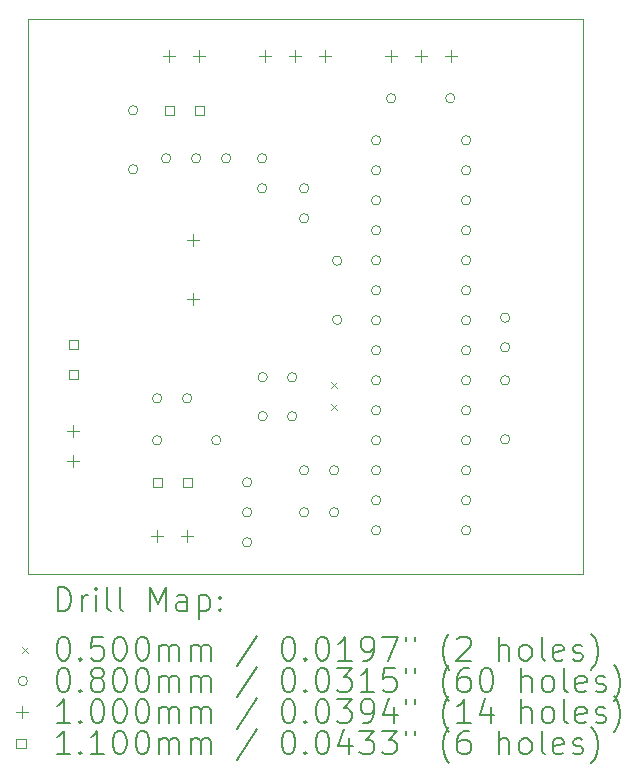
<source format=gbr>
%TF.GenerationSoftware,KiCad,Pcbnew,(6.0.10-0)*%
%TF.CreationDate,2023-01-23T18:28:08-08:00*%
%TF.ProjectId,timer,74696d65-722e-46b6-9963-61645f706362,rev?*%
%TF.SameCoordinates,Original*%
%TF.FileFunction,Drillmap*%
%TF.FilePolarity,Positive*%
%FSLAX45Y45*%
G04 Gerber Fmt 4.5, Leading zero omitted, Abs format (unit mm)*
G04 Created by KiCad (PCBNEW (6.0.10-0)) date 2023-01-23 18:28:08*
%MOMM*%
%LPD*%
G01*
G04 APERTURE LIST*
%ADD10C,0.100000*%
%ADD11C,0.200000*%
%ADD12C,0.050000*%
%ADD13C,0.080000*%
%ADD14C,0.110000*%
G04 APERTURE END LIST*
D10*
X12192000Y-6921500D02*
X16891000Y-6921500D01*
X16891000Y-6921500D02*
X16891000Y-11620500D01*
X16891000Y-11620500D02*
X12192000Y-11620500D01*
X12192000Y-11620500D02*
X12192000Y-6921500D01*
D11*
D12*
X14757800Y-9995800D02*
X14807800Y-10045800D01*
X14807800Y-9995800D02*
X14757800Y-10045800D01*
X14757800Y-10185800D02*
X14807800Y-10235800D01*
X14807800Y-10185800D02*
X14757800Y-10235800D01*
D13*
X13121000Y-7696200D02*
G75*
G03*
X13121000Y-7696200I-40000J0D01*
G01*
X13121000Y-8196200D02*
G75*
G03*
X13121000Y-8196200I-40000J0D01*
G01*
X13324200Y-10134600D02*
G75*
G03*
X13324200Y-10134600I-40000J0D01*
G01*
X13324200Y-10490200D02*
G75*
G03*
X13324200Y-10490200I-40000J0D01*
G01*
X13400400Y-8102600D02*
G75*
G03*
X13400400Y-8102600I-40000J0D01*
G01*
X13578200Y-10134600D02*
G75*
G03*
X13578200Y-10134600I-40000J0D01*
G01*
X13654400Y-8102600D02*
G75*
G03*
X13654400Y-8102600I-40000J0D01*
G01*
X13824200Y-10490200D02*
G75*
G03*
X13824200Y-10490200I-40000J0D01*
G01*
X13908400Y-8102600D02*
G75*
G03*
X13908400Y-8102600I-40000J0D01*
G01*
X14086200Y-10845800D02*
G75*
G03*
X14086200Y-10845800I-40000J0D01*
G01*
X14086200Y-11099800D02*
G75*
G03*
X14086200Y-11099800I-40000J0D01*
G01*
X14086200Y-11353800D02*
G75*
G03*
X14086200Y-11353800I-40000J0D01*
G01*
X14213200Y-8102600D02*
G75*
G03*
X14213200Y-8102600I-40000J0D01*
G01*
X14213200Y-8356600D02*
G75*
G03*
X14213200Y-8356600I-40000J0D01*
G01*
X14217200Y-9956800D02*
G75*
G03*
X14217200Y-9956800I-40000J0D01*
G01*
X14217200Y-10287000D02*
G75*
G03*
X14217200Y-10287000I-40000J0D01*
G01*
X14467200Y-9956800D02*
G75*
G03*
X14467200Y-9956800I-40000J0D01*
G01*
X14467200Y-10287000D02*
G75*
G03*
X14467200Y-10287000I-40000J0D01*
G01*
X14568800Y-8356600D02*
G75*
G03*
X14568800Y-8356600I-40000J0D01*
G01*
X14568800Y-8610600D02*
G75*
G03*
X14568800Y-8610600I-40000J0D01*
G01*
X14568800Y-10744200D02*
G75*
G03*
X14568800Y-10744200I-40000J0D01*
G01*
X14568800Y-11099800D02*
G75*
G03*
X14568800Y-11099800I-40000J0D01*
G01*
X14822800Y-10744200D02*
G75*
G03*
X14822800Y-10744200I-40000J0D01*
G01*
X14822800Y-11099800D02*
G75*
G03*
X14822800Y-11099800I-40000J0D01*
G01*
X14848200Y-8970200D02*
G75*
G03*
X14848200Y-8970200I-40000J0D01*
G01*
X14848200Y-9470200D02*
G75*
G03*
X14848200Y-9470200I-40000J0D01*
G01*
X15178400Y-7950200D02*
G75*
G03*
X15178400Y-7950200I-40000J0D01*
G01*
X15178400Y-8204200D02*
G75*
G03*
X15178400Y-8204200I-40000J0D01*
G01*
X15178400Y-8458200D02*
G75*
G03*
X15178400Y-8458200I-40000J0D01*
G01*
X15178400Y-8712200D02*
G75*
G03*
X15178400Y-8712200I-40000J0D01*
G01*
X15178400Y-8966200D02*
G75*
G03*
X15178400Y-8966200I-40000J0D01*
G01*
X15178400Y-9220200D02*
G75*
G03*
X15178400Y-9220200I-40000J0D01*
G01*
X15178400Y-9474200D02*
G75*
G03*
X15178400Y-9474200I-40000J0D01*
G01*
X15178400Y-9728200D02*
G75*
G03*
X15178400Y-9728200I-40000J0D01*
G01*
X15178400Y-9982200D02*
G75*
G03*
X15178400Y-9982200I-40000J0D01*
G01*
X15178400Y-10236200D02*
G75*
G03*
X15178400Y-10236200I-40000J0D01*
G01*
X15178400Y-10490200D02*
G75*
G03*
X15178400Y-10490200I-40000J0D01*
G01*
X15178400Y-10744200D02*
G75*
G03*
X15178400Y-10744200I-40000J0D01*
G01*
X15178400Y-10998200D02*
G75*
G03*
X15178400Y-10998200I-40000J0D01*
G01*
X15178400Y-11252200D02*
G75*
G03*
X15178400Y-11252200I-40000J0D01*
G01*
X15305400Y-7594600D02*
G75*
G03*
X15305400Y-7594600I-40000J0D01*
G01*
X15805400Y-7594600D02*
G75*
G03*
X15805400Y-7594600I-40000J0D01*
G01*
X15940400Y-7950200D02*
G75*
G03*
X15940400Y-7950200I-40000J0D01*
G01*
X15940400Y-8204200D02*
G75*
G03*
X15940400Y-8204200I-40000J0D01*
G01*
X15940400Y-8458200D02*
G75*
G03*
X15940400Y-8458200I-40000J0D01*
G01*
X15940400Y-8712200D02*
G75*
G03*
X15940400Y-8712200I-40000J0D01*
G01*
X15940400Y-8966200D02*
G75*
G03*
X15940400Y-8966200I-40000J0D01*
G01*
X15940400Y-9220200D02*
G75*
G03*
X15940400Y-9220200I-40000J0D01*
G01*
X15940400Y-9474200D02*
G75*
G03*
X15940400Y-9474200I-40000J0D01*
G01*
X15940400Y-9728200D02*
G75*
G03*
X15940400Y-9728200I-40000J0D01*
G01*
X15940400Y-9982200D02*
G75*
G03*
X15940400Y-9982200I-40000J0D01*
G01*
X15940400Y-10236200D02*
G75*
G03*
X15940400Y-10236200I-40000J0D01*
G01*
X15940400Y-10490200D02*
G75*
G03*
X15940400Y-10490200I-40000J0D01*
G01*
X15940400Y-10744200D02*
G75*
G03*
X15940400Y-10744200I-40000J0D01*
G01*
X15940400Y-10998200D02*
G75*
G03*
X15940400Y-10998200I-40000J0D01*
G01*
X15940400Y-11252200D02*
G75*
G03*
X15940400Y-11252200I-40000J0D01*
G01*
X16270600Y-9452800D02*
G75*
G03*
X16270600Y-9452800I-40000J0D01*
G01*
X16270600Y-9702800D02*
G75*
G03*
X16270600Y-9702800I-40000J0D01*
G01*
X16270600Y-9982200D02*
G75*
G03*
X16270600Y-9982200I-40000J0D01*
G01*
X16270600Y-10482200D02*
G75*
G03*
X16270600Y-10482200I-40000J0D01*
G01*
D10*
X12573000Y-10364000D02*
X12573000Y-10464000D01*
X12523000Y-10414000D02*
X12623000Y-10414000D01*
X12573000Y-10618000D02*
X12573000Y-10718000D01*
X12523000Y-10668000D02*
X12623000Y-10668000D01*
X13284200Y-11253000D02*
X13284200Y-11353000D01*
X13234200Y-11303000D02*
X13334200Y-11303000D01*
X13385800Y-7189000D02*
X13385800Y-7289000D01*
X13335800Y-7239000D02*
X13435800Y-7239000D01*
X13538200Y-11253000D02*
X13538200Y-11353000D01*
X13488200Y-11303000D02*
X13588200Y-11303000D01*
X13589000Y-8746400D02*
X13589000Y-8846400D01*
X13539000Y-8796400D02*
X13639000Y-8796400D01*
X13589000Y-9246400D02*
X13589000Y-9346400D01*
X13539000Y-9296400D02*
X13639000Y-9296400D01*
X13639800Y-7189000D02*
X13639800Y-7289000D01*
X13589800Y-7239000D02*
X13689800Y-7239000D01*
X14198600Y-7189000D02*
X14198600Y-7289000D01*
X14148600Y-7239000D02*
X14248600Y-7239000D01*
X14452600Y-7189000D02*
X14452600Y-7289000D01*
X14402600Y-7239000D02*
X14502600Y-7239000D01*
X14706600Y-7189000D02*
X14706600Y-7289000D01*
X14656600Y-7239000D02*
X14756600Y-7239000D01*
X15265400Y-7189000D02*
X15265400Y-7289000D01*
X15215400Y-7239000D02*
X15315400Y-7239000D01*
X15519400Y-7189000D02*
X15519400Y-7289000D01*
X15469400Y-7239000D02*
X15569400Y-7239000D01*
X15773400Y-7189000D02*
X15773400Y-7289000D01*
X15723400Y-7239000D02*
X15823400Y-7239000D01*
D14*
X12611891Y-9716291D02*
X12611891Y-9638509D01*
X12534109Y-9638509D01*
X12534109Y-9716291D01*
X12611891Y-9716291D01*
X12611891Y-9970291D02*
X12611891Y-9892509D01*
X12534109Y-9892509D01*
X12534109Y-9970291D01*
X12611891Y-9970291D01*
X13323091Y-10884691D02*
X13323091Y-10806909D01*
X13245309Y-10806909D01*
X13245309Y-10884691D01*
X13323091Y-10884691D01*
X13424691Y-7735091D02*
X13424691Y-7657309D01*
X13346909Y-7657309D01*
X13346909Y-7735091D01*
X13424691Y-7735091D01*
X13577091Y-10884691D02*
X13577091Y-10806909D01*
X13499309Y-10806909D01*
X13499309Y-10884691D01*
X13577091Y-10884691D01*
X13678691Y-7735091D02*
X13678691Y-7657309D01*
X13600909Y-7657309D01*
X13600909Y-7735091D01*
X13678691Y-7735091D01*
D11*
X12444619Y-11935976D02*
X12444619Y-11735976D01*
X12492238Y-11735976D01*
X12520809Y-11745500D01*
X12539857Y-11764548D01*
X12549381Y-11783595D01*
X12558905Y-11821690D01*
X12558905Y-11850262D01*
X12549381Y-11888357D01*
X12539857Y-11907405D01*
X12520809Y-11926452D01*
X12492238Y-11935976D01*
X12444619Y-11935976D01*
X12644619Y-11935976D02*
X12644619Y-11802643D01*
X12644619Y-11840738D02*
X12654143Y-11821690D01*
X12663667Y-11812167D01*
X12682714Y-11802643D01*
X12701762Y-11802643D01*
X12768428Y-11935976D02*
X12768428Y-11802643D01*
X12768428Y-11735976D02*
X12758905Y-11745500D01*
X12768428Y-11755024D01*
X12777952Y-11745500D01*
X12768428Y-11735976D01*
X12768428Y-11755024D01*
X12892238Y-11935976D02*
X12873190Y-11926452D01*
X12863667Y-11907405D01*
X12863667Y-11735976D01*
X12997000Y-11935976D02*
X12977952Y-11926452D01*
X12968428Y-11907405D01*
X12968428Y-11735976D01*
X13225571Y-11935976D02*
X13225571Y-11735976D01*
X13292238Y-11878833D01*
X13358905Y-11735976D01*
X13358905Y-11935976D01*
X13539857Y-11935976D02*
X13539857Y-11831214D01*
X13530333Y-11812167D01*
X13511286Y-11802643D01*
X13473190Y-11802643D01*
X13454143Y-11812167D01*
X13539857Y-11926452D02*
X13520809Y-11935976D01*
X13473190Y-11935976D01*
X13454143Y-11926452D01*
X13444619Y-11907405D01*
X13444619Y-11888357D01*
X13454143Y-11869309D01*
X13473190Y-11859786D01*
X13520809Y-11859786D01*
X13539857Y-11850262D01*
X13635095Y-11802643D02*
X13635095Y-12002643D01*
X13635095Y-11812167D02*
X13654143Y-11802643D01*
X13692238Y-11802643D01*
X13711286Y-11812167D01*
X13720809Y-11821690D01*
X13730333Y-11840738D01*
X13730333Y-11897881D01*
X13720809Y-11916928D01*
X13711286Y-11926452D01*
X13692238Y-11935976D01*
X13654143Y-11935976D01*
X13635095Y-11926452D01*
X13816048Y-11916928D02*
X13825571Y-11926452D01*
X13816048Y-11935976D01*
X13806524Y-11926452D01*
X13816048Y-11916928D01*
X13816048Y-11935976D01*
X13816048Y-11812167D02*
X13825571Y-11821690D01*
X13816048Y-11831214D01*
X13806524Y-11821690D01*
X13816048Y-11812167D01*
X13816048Y-11831214D01*
D12*
X12137000Y-12240500D02*
X12187000Y-12290500D01*
X12187000Y-12240500D02*
X12137000Y-12290500D01*
D11*
X12482714Y-12155976D02*
X12501762Y-12155976D01*
X12520809Y-12165500D01*
X12530333Y-12175024D01*
X12539857Y-12194071D01*
X12549381Y-12232167D01*
X12549381Y-12279786D01*
X12539857Y-12317881D01*
X12530333Y-12336928D01*
X12520809Y-12346452D01*
X12501762Y-12355976D01*
X12482714Y-12355976D01*
X12463667Y-12346452D01*
X12454143Y-12336928D01*
X12444619Y-12317881D01*
X12435095Y-12279786D01*
X12435095Y-12232167D01*
X12444619Y-12194071D01*
X12454143Y-12175024D01*
X12463667Y-12165500D01*
X12482714Y-12155976D01*
X12635095Y-12336928D02*
X12644619Y-12346452D01*
X12635095Y-12355976D01*
X12625571Y-12346452D01*
X12635095Y-12336928D01*
X12635095Y-12355976D01*
X12825571Y-12155976D02*
X12730333Y-12155976D01*
X12720809Y-12251214D01*
X12730333Y-12241690D01*
X12749381Y-12232167D01*
X12797000Y-12232167D01*
X12816048Y-12241690D01*
X12825571Y-12251214D01*
X12835095Y-12270262D01*
X12835095Y-12317881D01*
X12825571Y-12336928D01*
X12816048Y-12346452D01*
X12797000Y-12355976D01*
X12749381Y-12355976D01*
X12730333Y-12346452D01*
X12720809Y-12336928D01*
X12958905Y-12155976D02*
X12977952Y-12155976D01*
X12997000Y-12165500D01*
X13006524Y-12175024D01*
X13016048Y-12194071D01*
X13025571Y-12232167D01*
X13025571Y-12279786D01*
X13016048Y-12317881D01*
X13006524Y-12336928D01*
X12997000Y-12346452D01*
X12977952Y-12355976D01*
X12958905Y-12355976D01*
X12939857Y-12346452D01*
X12930333Y-12336928D01*
X12920809Y-12317881D01*
X12911286Y-12279786D01*
X12911286Y-12232167D01*
X12920809Y-12194071D01*
X12930333Y-12175024D01*
X12939857Y-12165500D01*
X12958905Y-12155976D01*
X13149381Y-12155976D02*
X13168428Y-12155976D01*
X13187476Y-12165500D01*
X13197000Y-12175024D01*
X13206524Y-12194071D01*
X13216048Y-12232167D01*
X13216048Y-12279786D01*
X13206524Y-12317881D01*
X13197000Y-12336928D01*
X13187476Y-12346452D01*
X13168428Y-12355976D01*
X13149381Y-12355976D01*
X13130333Y-12346452D01*
X13120809Y-12336928D01*
X13111286Y-12317881D01*
X13101762Y-12279786D01*
X13101762Y-12232167D01*
X13111286Y-12194071D01*
X13120809Y-12175024D01*
X13130333Y-12165500D01*
X13149381Y-12155976D01*
X13301762Y-12355976D02*
X13301762Y-12222643D01*
X13301762Y-12241690D02*
X13311286Y-12232167D01*
X13330333Y-12222643D01*
X13358905Y-12222643D01*
X13377952Y-12232167D01*
X13387476Y-12251214D01*
X13387476Y-12355976D01*
X13387476Y-12251214D02*
X13397000Y-12232167D01*
X13416048Y-12222643D01*
X13444619Y-12222643D01*
X13463667Y-12232167D01*
X13473190Y-12251214D01*
X13473190Y-12355976D01*
X13568428Y-12355976D02*
X13568428Y-12222643D01*
X13568428Y-12241690D02*
X13577952Y-12232167D01*
X13597000Y-12222643D01*
X13625571Y-12222643D01*
X13644619Y-12232167D01*
X13654143Y-12251214D01*
X13654143Y-12355976D01*
X13654143Y-12251214D02*
X13663667Y-12232167D01*
X13682714Y-12222643D01*
X13711286Y-12222643D01*
X13730333Y-12232167D01*
X13739857Y-12251214D01*
X13739857Y-12355976D01*
X14130333Y-12146452D02*
X13958905Y-12403595D01*
X14387476Y-12155976D02*
X14406524Y-12155976D01*
X14425571Y-12165500D01*
X14435095Y-12175024D01*
X14444619Y-12194071D01*
X14454143Y-12232167D01*
X14454143Y-12279786D01*
X14444619Y-12317881D01*
X14435095Y-12336928D01*
X14425571Y-12346452D01*
X14406524Y-12355976D01*
X14387476Y-12355976D01*
X14368428Y-12346452D01*
X14358905Y-12336928D01*
X14349381Y-12317881D01*
X14339857Y-12279786D01*
X14339857Y-12232167D01*
X14349381Y-12194071D01*
X14358905Y-12175024D01*
X14368428Y-12165500D01*
X14387476Y-12155976D01*
X14539857Y-12336928D02*
X14549381Y-12346452D01*
X14539857Y-12355976D01*
X14530333Y-12346452D01*
X14539857Y-12336928D01*
X14539857Y-12355976D01*
X14673190Y-12155976D02*
X14692238Y-12155976D01*
X14711286Y-12165500D01*
X14720809Y-12175024D01*
X14730333Y-12194071D01*
X14739857Y-12232167D01*
X14739857Y-12279786D01*
X14730333Y-12317881D01*
X14720809Y-12336928D01*
X14711286Y-12346452D01*
X14692238Y-12355976D01*
X14673190Y-12355976D01*
X14654143Y-12346452D01*
X14644619Y-12336928D01*
X14635095Y-12317881D01*
X14625571Y-12279786D01*
X14625571Y-12232167D01*
X14635095Y-12194071D01*
X14644619Y-12175024D01*
X14654143Y-12165500D01*
X14673190Y-12155976D01*
X14930333Y-12355976D02*
X14816048Y-12355976D01*
X14873190Y-12355976D02*
X14873190Y-12155976D01*
X14854143Y-12184548D01*
X14835095Y-12203595D01*
X14816048Y-12213119D01*
X15025571Y-12355976D02*
X15063667Y-12355976D01*
X15082714Y-12346452D01*
X15092238Y-12336928D01*
X15111286Y-12308357D01*
X15120809Y-12270262D01*
X15120809Y-12194071D01*
X15111286Y-12175024D01*
X15101762Y-12165500D01*
X15082714Y-12155976D01*
X15044619Y-12155976D01*
X15025571Y-12165500D01*
X15016048Y-12175024D01*
X15006524Y-12194071D01*
X15006524Y-12241690D01*
X15016048Y-12260738D01*
X15025571Y-12270262D01*
X15044619Y-12279786D01*
X15082714Y-12279786D01*
X15101762Y-12270262D01*
X15111286Y-12260738D01*
X15120809Y-12241690D01*
X15187476Y-12155976D02*
X15320809Y-12155976D01*
X15235095Y-12355976D01*
X15387476Y-12155976D02*
X15387476Y-12194071D01*
X15463667Y-12155976D02*
X15463667Y-12194071D01*
X15758905Y-12432167D02*
X15749381Y-12422643D01*
X15730333Y-12394071D01*
X15720809Y-12375024D01*
X15711286Y-12346452D01*
X15701762Y-12298833D01*
X15701762Y-12260738D01*
X15711286Y-12213119D01*
X15720809Y-12184548D01*
X15730333Y-12165500D01*
X15749381Y-12136928D01*
X15758905Y-12127405D01*
X15825571Y-12175024D02*
X15835095Y-12165500D01*
X15854143Y-12155976D01*
X15901762Y-12155976D01*
X15920809Y-12165500D01*
X15930333Y-12175024D01*
X15939857Y-12194071D01*
X15939857Y-12213119D01*
X15930333Y-12241690D01*
X15816048Y-12355976D01*
X15939857Y-12355976D01*
X16177952Y-12355976D02*
X16177952Y-12155976D01*
X16263667Y-12355976D02*
X16263667Y-12251214D01*
X16254143Y-12232167D01*
X16235095Y-12222643D01*
X16206524Y-12222643D01*
X16187476Y-12232167D01*
X16177952Y-12241690D01*
X16387476Y-12355976D02*
X16368428Y-12346452D01*
X16358905Y-12336928D01*
X16349381Y-12317881D01*
X16349381Y-12260738D01*
X16358905Y-12241690D01*
X16368428Y-12232167D01*
X16387476Y-12222643D01*
X16416048Y-12222643D01*
X16435095Y-12232167D01*
X16444619Y-12241690D01*
X16454143Y-12260738D01*
X16454143Y-12317881D01*
X16444619Y-12336928D01*
X16435095Y-12346452D01*
X16416048Y-12355976D01*
X16387476Y-12355976D01*
X16568428Y-12355976D02*
X16549381Y-12346452D01*
X16539857Y-12327405D01*
X16539857Y-12155976D01*
X16720809Y-12346452D02*
X16701762Y-12355976D01*
X16663667Y-12355976D01*
X16644619Y-12346452D01*
X16635095Y-12327405D01*
X16635095Y-12251214D01*
X16644619Y-12232167D01*
X16663667Y-12222643D01*
X16701762Y-12222643D01*
X16720809Y-12232167D01*
X16730333Y-12251214D01*
X16730333Y-12270262D01*
X16635095Y-12289309D01*
X16806524Y-12346452D02*
X16825571Y-12355976D01*
X16863667Y-12355976D01*
X16882714Y-12346452D01*
X16892238Y-12327405D01*
X16892238Y-12317881D01*
X16882714Y-12298833D01*
X16863667Y-12289309D01*
X16835095Y-12289309D01*
X16816048Y-12279786D01*
X16806524Y-12260738D01*
X16806524Y-12251214D01*
X16816048Y-12232167D01*
X16835095Y-12222643D01*
X16863667Y-12222643D01*
X16882714Y-12232167D01*
X16958905Y-12432167D02*
X16968429Y-12422643D01*
X16987476Y-12394071D01*
X16997000Y-12375024D01*
X17006524Y-12346452D01*
X17016048Y-12298833D01*
X17016048Y-12260738D01*
X17006524Y-12213119D01*
X16997000Y-12184548D01*
X16987476Y-12165500D01*
X16968429Y-12136928D01*
X16958905Y-12127405D01*
D13*
X12187000Y-12529500D02*
G75*
G03*
X12187000Y-12529500I-40000J0D01*
G01*
D11*
X12482714Y-12419976D02*
X12501762Y-12419976D01*
X12520809Y-12429500D01*
X12530333Y-12439024D01*
X12539857Y-12458071D01*
X12549381Y-12496167D01*
X12549381Y-12543786D01*
X12539857Y-12581881D01*
X12530333Y-12600928D01*
X12520809Y-12610452D01*
X12501762Y-12619976D01*
X12482714Y-12619976D01*
X12463667Y-12610452D01*
X12454143Y-12600928D01*
X12444619Y-12581881D01*
X12435095Y-12543786D01*
X12435095Y-12496167D01*
X12444619Y-12458071D01*
X12454143Y-12439024D01*
X12463667Y-12429500D01*
X12482714Y-12419976D01*
X12635095Y-12600928D02*
X12644619Y-12610452D01*
X12635095Y-12619976D01*
X12625571Y-12610452D01*
X12635095Y-12600928D01*
X12635095Y-12619976D01*
X12758905Y-12505690D02*
X12739857Y-12496167D01*
X12730333Y-12486643D01*
X12720809Y-12467595D01*
X12720809Y-12458071D01*
X12730333Y-12439024D01*
X12739857Y-12429500D01*
X12758905Y-12419976D01*
X12797000Y-12419976D01*
X12816048Y-12429500D01*
X12825571Y-12439024D01*
X12835095Y-12458071D01*
X12835095Y-12467595D01*
X12825571Y-12486643D01*
X12816048Y-12496167D01*
X12797000Y-12505690D01*
X12758905Y-12505690D01*
X12739857Y-12515214D01*
X12730333Y-12524738D01*
X12720809Y-12543786D01*
X12720809Y-12581881D01*
X12730333Y-12600928D01*
X12739857Y-12610452D01*
X12758905Y-12619976D01*
X12797000Y-12619976D01*
X12816048Y-12610452D01*
X12825571Y-12600928D01*
X12835095Y-12581881D01*
X12835095Y-12543786D01*
X12825571Y-12524738D01*
X12816048Y-12515214D01*
X12797000Y-12505690D01*
X12958905Y-12419976D02*
X12977952Y-12419976D01*
X12997000Y-12429500D01*
X13006524Y-12439024D01*
X13016048Y-12458071D01*
X13025571Y-12496167D01*
X13025571Y-12543786D01*
X13016048Y-12581881D01*
X13006524Y-12600928D01*
X12997000Y-12610452D01*
X12977952Y-12619976D01*
X12958905Y-12619976D01*
X12939857Y-12610452D01*
X12930333Y-12600928D01*
X12920809Y-12581881D01*
X12911286Y-12543786D01*
X12911286Y-12496167D01*
X12920809Y-12458071D01*
X12930333Y-12439024D01*
X12939857Y-12429500D01*
X12958905Y-12419976D01*
X13149381Y-12419976D02*
X13168428Y-12419976D01*
X13187476Y-12429500D01*
X13197000Y-12439024D01*
X13206524Y-12458071D01*
X13216048Y-12496167D01*
X13216048Y-12543786D01*
X13206524Y-12581881D01*
X13197000Y-12600928D01*
X13187476Y-12610452D01*
X13168428Y-12619976D01*
X13149381Y-12619976D01*
X13130333Y-12610452D01*
X13120809Y-12600928D01*
X13111286Y-12581881D01*
X13101762Y-12543786D01*
X13101762Y-12496167D01*
X13111286Y-12458071D01*
X13120809Y-12439024D01*
X13130333Y-12429500D01*
X13149381Y-12419976D01*
X13301762Y-12619976D02*
X13301762Y-12486643D01*
X13301762Y-12505690D02*
X13311286Y-12496167D01*
X13330333Y-12486643D01*
X13358905Y-12486643D01*
X13377952Y-12496167D01*
X13387476Y-12515214D01*
X13387476Y-12619976D01*
X13387476Y-12515214D02*
X13397000Y-12496167D01*
X13416048Y-12486643D01*
X13444619Y-12486643D01*
X13463667Y-12496167D01*
X13473190Y-12515214D01*
X13473190Y-12619976D01*
X13568428Y-12619976D02*
X13568428Y-12486643D01*
X13568428Y-12505690D02*
X13577952Y-12496167D01*
X13597000Y-12486643D01*
X13625571Y-12486643D01*
X13644619Y-12496167D01*
X13654143Y-12515214D01*
X13654143Y-12619976D01*
X13654143Y-12515214D02*
X13663667Y-12496167D01*
X13682714Y-12486643D01*
X13711286Y-12486643D01*
X13730333Y-12496167D01*
X13739857Y-12515214D01*
X13739857Y-12619976D01*
X14130333Y-12410452D02*
X13958905Y-12667595D01*
X14387476Y-12419976D02*
X14406524Y-12419976D01*
X14425571Y-12429500D01*
X14435095Y-12439024D01*
X14444619Y-12458071D01*
X14454143Y-12496167D01*
X14454143Y-12543786D01*
X14444619Y-12581881D01*
X14435095Y-12600928D01*
X14425571Y-12610452D01*
X14406524Y-12619976D01*
X14387476Y-12619976D01*
X14368428Y-12610452D01*
X14358905Y-12600928D01*
X14349381Y-12581881D01*
X14339857Y-12543786D01*
X14339857Y-12496167D01*
X14349381Y-12458071D01*
X14358905Y-12439024D01*
X14368428Y-12429500D01*
X14387476Y-12419976D01*
X14539857Y-12600928D02*
X14549381Y-12610452D01*
X14539857Y-12619976D01*
X14530333Y-12610452D01*
X14539857Y-12600928D01*
X14539857Y-12619976D01*
X14673190Y-12419976D02*
X14692238Y-12419976D01*
X14711286Y-12429500D01*
X14720809Y-12439024D01*
X14730333Y-12458071D01*
X14739857Y-12496167D01*
X14739857Y-12543786D01*
X14730333Y-12581881D01*
X14720809Y-12600928D01*
X14711286Y-12610452D01*
X14692238Y-12619976D01*
X14673190Y-12619976D01*
X14654143Y-12610452D01*
X14644619Y-12600928D01*
X14635095Y-12581881D01*
X14625571Y-12543786D01*
X14625571Y-12496167D01*
X14635095Y-12458071D01*
X14644619Y-12439024D01*
X14654143Y-12429500D01*
X14673190Y-12419976D01*
X14806524Y-12419976D02*
X14930333Y-12419976D01*
X14863667Y-12496167D01*
X14892238Y-12496167D01*
X14911286Y-12505690D01*
X14920809Y-12515214D01*
X14930333Y-12534262D01*
X14930333Y-12581881D01*
X14920809Y-12600928D01*
X14911286Y-12610452D01*
X14892238Y-12619976D01*
X14835095Y-12619976D01*
X14816048Y-12610452D01*
X14806524Y-12600928D01*
X15120809Y-12619976D02*
X15006524Y-12619976D01*
X15063667Y-12619976D02*
X15063667Y-12419976D01*
X15044619Y-12448548D01*
X15025571Y-12467595D01*
X15006524Y-12477119D01*
X15301762Y-12419976D02*
X15206524Y-12419976D01*
X15197000Y-12515214D01*
X15206524Y-12505690D01*
X15225571Y-12496167D01*
X15273190Y-12496167D01*
X15292238Y-12505690D01*
X15301762Y-12515214D01*
X15311286Y-12534262D01*
X15311286Y-12581881D01*
X15301762Y-12600928D01*
X15292238Y-12610452D01*
X15273190Y-12619976D01*
X15225571Y-12619976D01*
X15206524Y-12610452D01*
X15197000Y-12600928D01*
X15387476Y-12419976D02*
X15387476Y-12458071D01*
X15463667Y-12419976D02*
X15463667Y-12458071D01*
X15758905Y-12696167D02*
X15749381Y-12686643D01*
X15730333Y-12658071D01*
X15720809Y-12639024D01*
X15711286Y-12610452D01*
X15701762Y-12562833D01*
X15701762Y-12524738D01*
X15711286Y-12477119D01*
X15720809Y-12448548D01*
X15730333Y-12429500D01*
X15749381Y-12400928D01*
X15758905Y-12391405D01*
X15920809Y-12419976D02*
X15882714Y-12419976D01*
X15863667Y-12429500D01*
X15854143Y-12439024D01*
X15835095Y-12467595D01*
X15825571Y-12505690D01*
X15825571Y-12581881D01*
X15835095Y-12600928D01*
X15844619Y-12610452D01*
X15863667Y-12619976D01*
X15901762Y-12619976D01*
X15920809Y-12610452D01*
X15930333Y-12600928D01*
X15939857Y-12581881D01*
X15939857Y-12534262D01*
X15930333Y-12515214D01*
X15920809Y-12505690D01*
X15901762Y-12496167D01*
X15863667Y-12496167D01*
X15844619Y-12505690D01*
X15835095Y-12515214D01*
X15825571Y-12534262D01*
X16063667Y-12419976D02*
X16082714Y-12419976D01*
X16101762Y-12429500D01*
X16111286Y-12439024D01*
X16120809Y-12458071D01*
X16130333Y-12496167D01*
X16130333Y-12543786D01*
X16120809Y-12581881D01*
X16111286Y-12600928D01*
X16101762Y-12610452D01*
X16082714Y-12619976D01*
X16063667Y-12619976D01*
X16044619Y-12610452D01*
X16035095Y-12600928D01*
X16025571Y-12581881D01*
X16016048Y-12543786D01*
X16016048Y-12496167D01*
X16025571Y-12458071D01*
X16035095Y-12439024D01*
X16044619Y-12429500D01*
X16063667Y-12419976D01*
X16368428Y-12619976D02*
X16368428Y-12419976D01*
X16454143Y-12619976D02*
X16454143Y-12515214D01*
X16444619Y-12496167D01*
X16425571Y-12486643D01*
X16397000Y-12486643D01*
X16377952Y-12496167D01*
X16368428Y-12505690D01*
X16577952Y-12619976D02*
X16558905Y-12610452D01*
X16549381Y-12600928D01*
X16539857Y-12581881D01*
X16539857Y-12524738D01*
X16549381Y-12505690D01*
X16558905Y-12496167D01*
X16577952Y-12486643D01*
X16606524Y-12486643D01*
X16625571Y-12496167D01*
X16635095Y-12505690D01*
X16644619Y-12524738D01*
X16644619Y-12581881D01*
X16635095Y-12600928D01*
X16625571Y-12610452D01*
X16606524Y-12619976D01*
X16577952Y-12619976D01*
X16758905Y-12619976D02*
X16739857Y-12610452D01*
X16730333Y-12591405D01*
X16730333Y-12419976D01*
X16911286Y-12610452D02*
X16892238Y-12619976D01*
X16854143Y-12619976D01*
X16835095Y-12610452D01*
X16825571Y-12591405D01*
X16825571Y-12515214D01*
X16835095Y-12496167D01*
X16854143Y-12486643D01*
X16892238Y-12486643D01*
X16911286Y-12496167D01*
X16920810Y-12515214D01*
X16920810Y-12534262D01*
X16825571Y-12553309D01*
X16997000Y-12610452D02*
X17016048Y-12619976D01*
X17054143Y-12619976D01*
X17073190Y-12610452D01*
X17082714Y-12591405D01*
X17082714Y-12581881D01*
X17073190Y-12562833D01*
X17054143Y-12553309D01*
X17025571Y-12553309D01*
X17006524Y-12543786D01*
X16997000Y-12524738D01*
X16997000Y-12515214D01*
X17006524Y-12496167D01*
X17025571Y-12486643D01*
X17054143Y-12486643D01*
X17073190Y-12496167D01*
X17149381Y-12696167D02*
X17158905Y-12686643D01*
X17177952Y-12658071D01*
X17187476Y-12639024D01*
X17197000Y-12610452D01*
X17206524Y-12562833D01*
X17206524Y-12524738D01*
X17197000Y-12477119D01*
X17187476Y-12448548D01*
X17177952Y-12429500D01*
X17158905Y-12400928D01*
X17149381Y-12391405D01*
D10*
X12137000Y-12743500D02*
X12137000Y-12843500D01*
X12087000Y-12793500D02*
X12187000Y-12793500D01*
D11*
X12549381Y-12883976D02*
X12435095Y-12883976D01*
X12492238Y-12883976D02*
X12492238Y-12683976D01*
X12473190Y-12712548D01*
X12454143Y-12731595D01*
X12435095Y-12741119D01*
X12635095Y-12864928D02*
X12644619Y-12874452D01*
X12635095Y-12883976D01*
X12625571Y-12874452D01*
X12635095Y-12864928D01*
X12635095Y-12883976D01*
X12768428Y-12683976D02*
X12787476Y-12683976D01*
X12806524Y-12693500D01*
X12816048Y-12703024D01*
X12825571Y-12722071D01*
X12835095Y-12760167D01*
X12835095Y-12807786D01*
X12825571Y-12845881D01*
X12816048Y-12864928D01*
X12806524Y-12874452D01*
X12787476Y-12883976D01*
X12768428Y-12883976D01*
X12749381Y-12874452D01*
X12739857Y-12864928D01*
X12730333Y-12845881D01*
X12720809Y-12807786D01*
X12720809Y-12760167D01*
X12730333Y-12722071D01*
X12739857Y-12703024D01*
X12749381Y-12693500D01*
X12768428Y-12683976D01*
X12958905Y-12683976D02*
X12977952Y-12683976D01*
X12997000Y-12693500D01*
X13006524Y-12703024D01*
X13016048Y-12722071D01*
X13025571Y-12760167D01*
X13025571Y-12807786D01*
X13016048Y-12845881D01*
X13006524Y-12864928D01*
X12997000Y-12874452D01*
X12977952Y-12883976D01*
X12958905Y-12883976D01*
X12939857Y-12874452D01*
X12930333Y-12864928D01*
X12920809Y-12845881D01*
X12911286Y-12807786D01*
X12911286Y-12760167D01*
X12920809Y-12722071D01*
X12930333Y-12703024D01*
X12939857Y-12693500D01*
X12958905Y-12683976D01*
X13149381Y-12683976D02*
X13168428Y-12683976D01*
X13187476Y-12693500D01*
X13197000Y-12703024D01*
X13206524Y-12722071D01*
X13216048Y-12760167D01*
X13216048Y-12807786D01*
X13206524Y-12845881D01*
X13197000Y-12864928D01*
X13187476Y-12874452D01*
X13168428Y-12883976D01*
X13149381Y-12883976D01*
X13130333Y-12874452D01*
X13120809Y-12864928D01*
X13111286Y-12845881D01*
X13101762Y-12807786D01*
X13101762Y-12760167D01*
X13111286Y-12722071D01*
X13120809Y-12703024D01*
X13130333Y-12693500D01*
X13149381Y-12683976D01*
X13301762Y-12883976D02*
X13301762Y-12750643D01*
X13301762Y-12769690D02*
X13311286Y-12760167D01*
X13330333Y-12750643D01*
X13358905Y-12750643D01*
X13377952Y-12760167D01*
X13387476Y-12779214D01*
X13387476Y-12883976D01*
X13387476Y-12779214D02*
X13397000Y-12760167D01*
X13416048Y-12750643D01*
X13444619Y-12750643D01*
X13463667Y-12760167D01*
X13473190Y-12779214D01*
X13473190Y-12883976D01*
X13568428Y-12883976D02*
X13568428Y-12750643D01*
X13568428Y-12769690D02*
X13577952Y-12760167D01*
X13597000Y-12750643D01*
X13625571Y-12750643D01*
X13644619Y-12760167D01*
X13654143Y-12779214D01*
X13654143Y-12883976D01*
X13654143Y-12779214D02*
X13663667Y-12760167D01*
X13682714Y-12750643D01*
X13711286Y-12750643D01*
X13730333Y-12760167D01*
X13739857Y-12779214D01*
X13739857Y-12883976D01*
X14130333Y-12674452D02*
X13958905Y-12931595D01*
X14387476Y-12683976D02*
X14406524Y-12683976D01*
X14425571Y-12693500D01*
X14435095Y-12703024D01*
X14444619Y-12722071D01*
X14454143Y-12760167D01*
X14454143Y-12807786D01*
X14444619Y-12845881D01*
X14435095Y-12864928D01*
X14425571Y-12874452D01*
X14406524Y-12883976D01*
X14387476Y-12883976D01*
X14368428Y-12874452D01*
X14358905Y-12864928D01*
X14349381Y-12845881D01*
X14339857Y-12807786D01*
X14339857Y-12760167D01*
X14349381Y-12722071D01*
X14358905Y-12703024D01*
X14368428Y-12693500D01*
X14387476Y-12683976D01*
X14539857Y-12864928D02*
X14549381Y-12874452D01*
X14539857Y-12883976D01*
X14530333Y-12874452D01*
X14539857Y-12864928D01*
X14539857Y-12883976D01*
X14673190Y-12683976D02*
X14692238Y-12683976D01*
X14711286Y-12693500D01*
X14720809Y-12703024D01*
X14730333Y-12722071D01*
X14739857Y-12760167D01*
X14739857Y-12807786D01*
X14730333Y-12845881D01*
X14720809Y-12864928D01*
X14711286Y-12874452D01*
X14692238Y-12883976D01*
X14673190Y-12883976D01*
X14654143Y-12874452D01*
X14644619Y-12864928D01*
X14635095Y-12845881D01*
X14625571Y-12807786D01*
X14625571Y-12760167D01*
X14635095Y-12722071D01*
X14644619Y-12703024D01*
X14654143Y-12693500D01*
X14673190Y-12683976D01*
X14806524Y-12683976D02*
X14930333Y-12683976D01*
X14863667Y-12760167D01*
X14892238Y-12760167D01*
X14911286Y-12769690D01*
X14920809Y-12779214D01*
X14930333Y-12798262D01*
X14930333Y-12845881D01*
X14920809Y-12864928D01*
X14911286Y-12874452D01*
X14892238Y-12883976D01*
X14835095Y-12883976D01*
X14816048Y-12874452D01*
X14806524Y-12864928D01*
X15025571Y-12883976D02*
X15063667Y-12883976D01*
X15082714Y-12874452D01*
X15092238Y-12864928D01*
X15111286Y-12836357D01*
X15120809Y-12798262D01*
X15120809Y-12722071D01*
X15111286Y-12703024D01*
X15101762Y-12693500D01*
X15082714Y-12683976D01*
X15044619Y-12683976D01*
X15025571Y-12693500D01*
X15016048Y-12703024D01*
X15006524Y-12722071D01*
X15006524Y-12769690D01*
X15016048Y-12788738D01*
X15025571Y-12798262D01*
X15044619Y-12807786D01*
X15082714Y-12807786D01*
X15101762Y-12798262D01*
X15111286Y-12788738D01*
X15120809Y-12769690D01*
X15292238Y-12750643D02*
X15292238Y-12883976D01*
X15244619Y-12674452D02*
X15197000Y-12817309D01*
X15320809Y-12817309D01*
X15387476Y-12683976D02*
X15387476Y-12722071D01*
X15463667Y-12683976D02*
X15463667Y-12722071D01*
X15758905Y-12960167D02*
X15749381Y-12950643D01*
X15730333Y-12922071D01*
X15720809Y-12903024D01*
X15711286Y-12874452D01*
X15701762Y-12826833D01*
X15701762Y-12788738D01*
X15711286Y-12741119D01*
X15720809Y-12712548D01*
X15730333Y-12693500D01*
X15749381Y-12664928D01*
X15758905Y-12655405D01*
X15939857Y-12883976D02*
X15825571Y-12883976D01*
X15882714Y-12883976D02*
X15882714Y-12683976D01*
X15863667Y-12712548D01*
X15844619Y-12731595D01*
X15825571Y-12741119D01*
X16111286Y-12750643D02*
X16111286Y-12883976D01*
X16063667Y-12674452D02*
X16016048Y-12817309D01*
X16139857Y-12817309D01*
X16368428Y-12883976D02*
X16368428Y-12683976D01*
X16454143Y-12883976D02*
X16454143Y-12779214D01*
X16444619Y-12760167D01*
X16425571Y-12750643D01*
X16397000Y-12750643D01*
X16377952Y-12760167D01*
X16368428Y-12769690D01*
X16577952Y-12883976D02*
X16558905Y-12874452D01*
X16549381Y-12864928D01*
X16539857Y-12845881D01*
X16539857Y-12788738D01*
X16549381Y-12769690D01*
X16558905Y-12760167D01*
X16577952Y-12750643D01*
X16606524Y-12750643D01*
X16625571Y-12760167D01*
X16635095Y-12769690D01*
X16644619Y-12788738D01*
X16644619Y-12845881D01*
X16635095Y-12864928D01*
X16625571Y-12874452D01*
X16606524Y-12883976D01*
X16577952Y-12883976D01*
X16758905Y-12883976D02*
X16739857Y-12874452D01*
X16730333Y-12855405D01*
X16730333Y-12683976D01*
X16911286Y-12874452D02*
X16892238Y-12883976D01*
X16854143Y-12883976D01*
X16835095Y-12874452D01*
X16825571Y-12855405D01*
X16825571Y-12779214D01*
X16835095Y-12760167D01*
X16854143Y-12750643D01*
X16892238Y-12750643D01*
X16911286Y-12760167D01*
X16920810Y-12779214D01*
X16920810Y-12798262D01*
X16825571Y-12817309D01*
X16997000Y-12874452D02*
X17016048Y-12883976D01*
X17054143Y-12883976D01*
X17073190Y-12874452D01*
X17082714Y-12855405D01*
X17082714Y-12845881D01*
X17073190Y-12826833D01*
X17054143Y-12817309D01*
X17025571Y-12817309D01*
X17006524Y-12807786D01*
X16997000Y-12788738D01*
X16997000Y-12779214D01*
X17006524Y-12760167D01*
X17025571Y-12750643D01*
X17054143Y-12750643D01*
X17073190Y-12760167D01*
X17149381Y-12960167D02*
X17158905Y-12950643D01*
X17177952Y-12922071D01*
X17187476Y-12903024D01*
X17197000Y-12874452D01*
X17206524Y-12826833D01*
X17206524Y-12788738D01*
X17197000Y-12741119D01*
X17187476Y-12712548D01*
X17177952Y-12693500D01*
X17158905Y-12664928D01*
X17149381Y-12655405D01*
D14*
X12170891Y-13096391D02*
X12170891Y-13018609D01*
X12093109Y-13018609D01*
X12093109Y-13096391D01*
X12170891Y-13096391D01*
D11*
X12549381Y-13147976D02*
X12435095Y-13147976D01*
X12492238Y-13147976D02*
X12492238Y-12947976D01*
X12473190Y-12976548D01*
X12454143Y-12995595D01*
X12435095Y-13005119D01*
X12635095Y-13128928D02*
X12644619Y-13138452D01*
X12635095Y-13147976D01*
X12625571Y-13138452D01*
X12635095Y-13128928D01*
X12635095Y-13147976D01*
X12835095Y-13147976D02*
X12720809Y-13147976D01*
X12777952Y-13147976D02*
X12777952Y-12947976D01*
X12758905Y-12976548D01*
X12739857Y-12995595D01*
X12720809Y-13005119D01*
X12958905Y-12947976D02*
X12977952Y-12947976D01*
X12997000Y-12957500D01*
X13006524Y-12967024D01*
X13016048Y-12986071D01*
X13025571Y-13024167D01*
X13025571Y-13071786D01*
X13016048Y-13109881D01*
X13006524Y-13128928D01*
X12997000Y-13138452D01*
X12977952Y-13147976D01*
X12958905Y-13147976D01*
X12939857Y-13138452D01*
X12930333Y-13128928D01*
X12920809Y-13109881D01*
X12911286Y-13071786D01*
X12911286Y-13024167D01*
X12920809Y-12986071D01*
X12930333Y-12967024D01*
X12939857Y-12957500D01*
X12958905Y-12947976D01*
X13149381Y-12947976D02*
X13168428Y-12947976D01*
X13187476Y-12957500D01*
X13197000Y-12967024D01*
X13206524Y-12986071D01*
X13216048Y-13024167D01*
X13216048Y-13071786D01*
X13206524Y-13109881D01*
X13197000Y-13128928D01*
X13187476Y-13138452D01*
X13168428Y-13147976D01*
X13149381Y-13147976D01*
X13130333Y-13138452D01*
X13120809Y-13128928D01*
X13111286Y-13109881D01*
X13101762Y-13071786D01*
X13101762Y-13024167D01*
X13111286Y-12986071D01*
X13120809Y-12967024D01*
X13130333Y-12957500D01*
X13149381Y-12947976D01*
X13301762Y-13147976D02*
X13301762Y-13014643D01*
X13301762Y-13033690D02*
X13311286Y-13024167D01*
X13330333Y-13014643D01*
X13358905Y-13014643D01*
X13377952Y-13024167D01*
X13387476Y-13043214D01*
X13387476Y-13147976D01*
X13387476Y-13043214D02*
X13397000Y-13024167D01*
X13416048Y-13014643D01*
X13444619Y-13014643D01*
X13463667Y-13024167D01*
X13473190Y-13043214D01*
X13473190Y-13147976D01*
X13568428Y-13147976D02*
X13568428Y-13014643D01*
X13568428Y-13033690D02*
X13577952Y-13024167D01*
X13597000Y-13014643D01*
X13625571Y-13014643D01*
X13644619Y-13024167D01*
X13654143Y-13043214D01*
X13654143Y-13147976D01*
X13654143Y-13043214D02*
X13663667Y-13024167D01*
X13682714Y-13014643D01*
X13711286Y-13014643D01*
X13730333Y-13024167D01*
X13739857Y-13043214D01*
X13739857Y-13147976D01*
X14130333Y-12938452D02*
X13958905Y-13195595D01*
X14387476Y-12947976D02*
X14406524Y-12947976D01*
X14425571Y-12957500D01*
X14435095Y-12967024D01*
X14444619Y-12986071D01*
X14454143Y-13024167D01*
X14454143Y-13071786D01*
X14444619Y-13109881D01*
X14435095Y-13128928D01*
X14425571Y-13138452D01*
X14406524Y-13147976D01*
X14387476Y-13147976D01*
X14368428Y-13138452D01*
X14358905Y-13128928D01*
X14349381Y-13109881D01*
X14339857Y-13071786D01*
X14339857Y-13024167D01*
X14349381Y-12986071D01*
X14358905Y-12967024D01*
X14368428Y-12957500D01*
X14387476Y-12947976D01*
X14539857Y-13128928D02*
X14549381Y-13138452D01*
X14539857Y-13147976D01*
X14530333Y-13138452D01*
X14539857Y-13128928D01*
X14539857Y-13147976D01*
X14673190Y-12947976D02*
X14692238Y-12947976D01*
X14711286Y-12957500D01*
X14720809Y-12967024D01*
X14730333Y-12986071D01*
X14739857Y-13024167D01*
X14739857Y-13071786D01*
X14730333Y-13109881D01*
X14720809Y-13128928D01*
X14711286Y-13138452D01*
X14692238Y-13147976D01*
X14673190Y-13147976D01*
X14654143Y-13138452D01*
X14644619Y-13128928D01*
X14635095Y-13109881D01*
X14625571Y-13071786D01*
X14625571Y-13024167D01*
X14635095Y-12986071D01*
X14644619Y-12967024D01*
X14654143Y-12957500D01*
X14673190Y-12947976D01*
X14911286Y-13014643D02*
X14911286Y-13147976D01*
X14863667Y-12938452D02*
X14816048Y-13081309D01*
X14939857Y-13081309D01*
X14997000Y-12947976D02*
X15120809Y-12947976D01*
X15054143Y-13024167D01*
X15082714Y-13024167D01*
X15101762Y-13033690D01*
X15111286Y-13043214D01*
X15120809Y-13062262D01*
X15120809Y-13109881D01*
X15111286Y-13128928D01*
X15101762Y-13138452D01*
X15082714Y-13147976D01*
X15025571Y-13147976D01*
X15006524Y-13138452D01*
X14997000Y-13128928D01*
X15187476Y-12947976D02*
X15311286Y-12947976D01*
X15244619Y-13024167D01*
X15273190Y-13024167D01*
X15292238Y-13033690D01*
X15301762Y-13043214D01*
X15311286Y-13062262D01*
X15311286Y-13109881D01*
X15301762Y-13128928D01*
X15292238Y-13138452D01*
X15273190Y-13147976D01*
X15216048Y-13147976D01*
X15197000Y-13138452D01*
X15187476Y-13128928D01*
X15387476Y-12947976D02*
X15387476Y-12986071D01*
X15463667Y-12947976D02*
X15463667Y-12986071D01*
X15758905Y-13224167D02*
X15749381Y-13214643D01*
X15730333Y-13186071D01*
X15720809Y-13167024D01*
X15711286Y-13138452D01*
X15701762Y-13090833D01*
X15701762Y-13052738D01*
X15711286Y-13005119D01*
X15720809Y-12976548D01*
X15730333Y-12957500D01*
X15749381Y-12928928D01*
X15758905Y-12919405D01*
X15920809Y-12947976D02*
X15882714Y-12947976D01*
X15863667Y-12957500D01*
X15854143Y-12967024D01*
X15835095Y-12995595D01*
X15825571Y-13033690D01*
X15825571Y-13109881D01*
X15835095Y-13128928D01*
X15844619Y-13138452D01*
X15863667Y-13147976D01*
X15901762Y-13147976D01*
X15920809Y-13138452D01*
X15930333Y-13128928D01*
X15939857Y-13109881D01*
X15939857Y-13062262D01*
X15930333Y-13043214D01*
X15920809Y-13033690D01*
X15901762Y-13024167D01*
X15863667Y-13024167D01*
X15844619Y-13033690D01*
X15835095Y-13043214D01*
X15825571Y-13062262D01*
X16177952Y-13147976D02*
X16177952Y-12947976D01*
X16263667Y-13147976D02*
X16263667Y-13043214D01*
X16254143Y-13024167D01*
X16235095Y-13014643D01*
X16206524Y-13014643D01*
X16187476Y-13024167D01*
X16177952Y-13033690D01*
X16387476Y-13147976D02*
X16368428Y-13138452D01*
X16358905Y-13128928D01*
X16349381Y-13109881D01*
X16349381Y-13052738D01*
X16358905Y-13033690D01*
X16368428Y-13024167D01*
X16387476Y-13014643D01*
X16416048Y-13014643D01*
X16435095Y-13024167D01*
X16444619Y-13033690D01*
X16454143Y-13052738D01*
X16454143Y-13109881D01*
X16444619Y-13128928D01*
X16435095Y-13138452D01*
X16416048Y-13147976D01*
X16387476Y-13147976D01*
X16568428Y-13147976D02*
X16549381Y-13138452D01*
X16539857Y-13119405D01*
X16539857Y-12947976D01*
X16720809Y-13138452D02*
X16701762Y-13147976D01*
X16663667Y-13147976D01*
X16644619Y-13138452D01*
X16635095Y-13119405D01*
X16635095Y-13043214D01*
X16644619Y-13024167D01*
X16663667Y-13014643D01*
X16701762Y-13014643D01*
X16720809Y-13024167D01*
X16730333Y-13043214D01*
X16730333Y-13062262D01*
X16635095Y-13081309D01*
X16806524Y-13138452D02*
X16825571Y-13147976D01*
X16863667Y-13147976D01*
X16882714Y-13138452D01*
X16892238Y-13119405D01*
X16892238Y-13109881D01*
X16882714Y-13090833D01*
X16863667Y-13081309D01*
X16835095Y-13081309D01*
X16816048Y-13071786D01*
X16806524Y-13052738D01*
X16806524Y-13043214D01*
X16816048Y-13024167D01*
X16835095Y-13014643D01*
X16863667Y-13014643D01*
X16882714Y-13024167D01*
X16958905Y-13224167D02*
X16968429Y-13214643D01*
X16987476Y-13186071D01*
X16997000Y-13167024D01*
X17006524Y-13138452D01*
X17016048Y-13090833D01*
X17016048Y-13052738D01*
X17006524Y-13005119D01*
X16997000Y-12976548D01*
X16987476Y-12957500D01*
X16968429Y-12928928D01*
X16958905Y-12919405D01*
M02*

</source>
